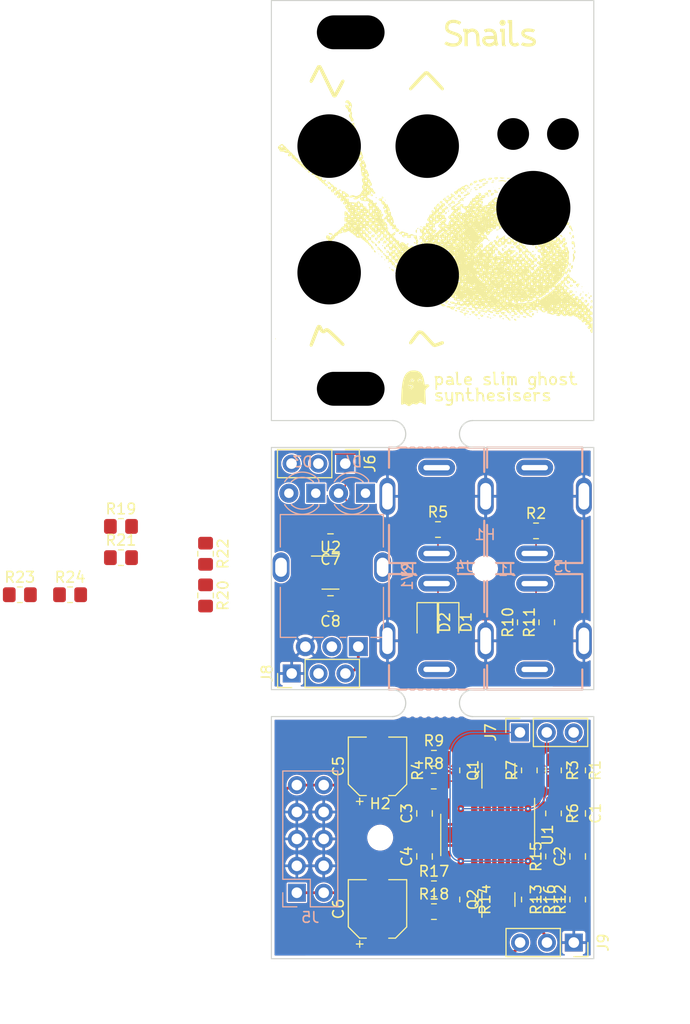
<source format=kicad_pcb>
(kicad_pcb (version 20211014) (generator pcbnew)
  (layers (0 "F.Cu" signal) (31 "B.Cu" signal) (34 "B.Paste" user) (35 "F.Paste" user) (36 "B.SilkS" user "B.Silkscreen") (37 "F.SilkS" user "F.Silkscreen") (38 "B.Mask" user) (39 "F.Mask" user) (44 "Edge.Cuts" user))
  (net 0 "")
  (net 1 "Net-(C1-Pad1)")
  (net 2 "Net-(C2-Pad1)")
  (net 3 "+12V")
  (net 4 "GND")
  (net 5 "-12V")
  (net 6 "Net-(D1-Pad1)")
  (net 7 "Net-(J1-PadT)")
  (net 9 "Net-(J2-PadT)")
  (net 11 "Net-(J3-PadT)")
  (net 14 "Net-(Q1-Pad1)")
  (net 15 "Net-(Q1-Pad3)")
  (net 16 "Net-(Q2-Pad1)")
  (net 17 "Net-(Q2-Pad3)")
  (net 18 "Net-(R3-Pad2)")
  (net 19 "Net-(R4-Pad1)")
  (net 20 "Net-(R8-Pad1)")
  (net 21 "Net-(R13-Pad2)")
  (net 22 "Net-(R14-Pad1)")
  (net 23 "Net-(R17-Pad1)")
  (net 24 "Out 1 back")
  (net 25 "Out 2 back")
  (net 26 "Out 1 front")
  (net 27 "Out 2 front")
  (net 28 "GND1")
  (net 29 "+12VA")
  (net 30 "CV front")
  (net 31 "CV back")
  (net 32 "-12VA")
  (net 33 "Net-(D3-Pad1)")
  (net 34 "Net-(D3-Pad2)")
  (net 35 "Net-(D4-Pad1)")
  (net 36 "Net-(D4-Pad2)")
  (net 37 "Net-(R19-Pad1)")
  (net 38 "Net-(R20-Pad1)")
  (footprint "Package_TO_SOT_SMD:SOT-23" (layer "F.Cu") (at 123.063 149.86 90)
    (fp_text reference "Q1")
    (fp_text value "MMBT3904")
  )
  (footprint "LOGO" (layer "F.Cu") (at 116.713 97.155)
    (fp_text reference "G***" hide)
    (fp_text value "LOGO" hide)
  )
  (footprint "Diode_SMD:D_0805_2012Metric_Pad1.15x1.40mm_HandSolder" (layer "F.Cu") (at 118.364 135.89 -90)
    (fp_text reference "D1")
    (fp_text value "D")
  )
  (footprint "Pale Slim Ghost:hole 6mm (jack panel)" (layer "F.Cu") (at 116.332 90.936)
    (fp_text reference "H5" hide)
    (fp_text value "MountingHole" hide)
  )
  (footprint "Resistor_SMD:R_0805_2012Metric_Pad1.20x1.40mm_HandSolder" (layer "F.Cu") (at 116.951 150.876)
    (fp_text reference "R8")
    (fp_text value "47k")
  )
  (footprint "Resistor_SMD:R_0805_2012Metric_Pad1.20x1.40mm_HandSolder" (layer "F.Cu") (at 95.377 129.413 -90)
    (fp_text reference "R22")
    (fp_text value "82k")
  )
  (footprint "Connector_PinHeader_2.54mm:PinHeader_1x03_P2.54mm_Vertical" (layer "F.Cu") (at 103.52 140.716 90)
    (fp_text reference "J8")
    (fp_text value "Conn_01x03_Male")
  )
  (footprint "Connector_PinSocket_2.54mm:PinSocket_1x03_P2.54mm_Vertical" (layer "F.Cu") (at 130.19 166.116 -90)
    (fp_text reference "J9")
    (fp_text value "Conn_01x03_Female")
  )
  (footprint "Resistor_SMD:R_0805_2012Metric_Pad1.20x1.40mm_HandSolder" (layer "F.Cu") (at 87.381 126.832)
    (fp_text reference "R19")
    (fp_text value "20k")
  )
  (footprint "Pale Slim Ghost:hole 6mm (jack panel)" (layer "F.Cu") (at 107.061 102.878)
    (fp_text reference "H7" hide)
    (fp_text value "MountingHole" hide)
  )
  (footprint "Package_SO:SOIC-14_3.9x8.7mm_P1.27mm" (layer "F.Cu") (at 122.047 155.956 -90)
    (fp_text reference "U1")
    (fp_text value "TL074")
  )
  (footprint "Package_TO_SOT_SMD:SOT-23" (layer "F.Cu") (at 123.063 162.052 90)
    (fp_text reference "Q2")
    (fp_text value "MMBT3904")
  )
  (footprint "Resistor_SMD:R_0805_2012Metric_Pad1.20x1.40mm_HandSolder" (layer "F.Cu") (at 95.377 133.35 -90)
    (fp_text reference "R20")
    (fp_text value "20k")
  )
  (footprint "Resistor_SMD:R_0805_2012Metric_Pad1.20x1.40mm_HandSolder" (layer "F.Cu") (at 77.821 133.282)
    (fp_text reference "R23")
    (fp_text value "100")
  )
  (footprint "Resistor_SMD:R_0805_2012Metric_Pad1.20x1.40mm_HandSolder" (layer "F.Cu") (at 130.556 162.052 90)
    (fp_text reference "R12")
    (fp_text value "100k")
  )
  (footprint "Diode_SMD:D_0805_2012Metric_Pad1.15x1.40mm_HandSolder" (layer "F.Cu") (at 116.332 135.89 -90)
    (fp_text reference "D2")
    (fp_text value "D")
  )
  (footprint "Resistor_SMD:R_0805_2012Metric_Pad1.20x1.40mm_HandSolder" (layer "F.Cu") (at 120.142 149.86 90)
    (fp_text reference "R4")
    (fp_text value "47k")
  )
  (footprint "Resistor_SMD:R_0805_2012Metric_Pad1.20x1.40mm_HandSolder" (layer "F.Cu") (at 116.967 163.195)
    (fp_text reference "R18")
    (fp_text value "10k")
  )
  (footprint "Capacitor_SMD:C_0805_2012Metric_Pad1.18x1.45mm_HandSolder" (layer "F.Cu") (at 107.188 134.112 180)
    (fp_text reference "C8")
    (fp_text value "100n")
  )
  (footprint "Resistor_SMD:R_0805_2012Metric_Pad1.20x1.40mm_HandSolder" (layer "F.Cu") (at 127.635 135.89 90)
    (fp_text reference "R11")
    (fp_text value "R")
  )
  (footprint "MountingHole:MountingHole_2.2mm_M2" (layer "F.Cu") (at 111.887 156.21)
    (fp_text reference "H2")
    (fp_text value "MountingHole")
  )
  (footprint "Capacitor_SMD:C_0805_2012Metric_Pad1.18x1.45mm_HandSolder" (layer "F.Cu") (at 116.078 157.988 90)
    (fp_text reference "C4")
    (fp_text value "100n")
  )
  (footprint "Pale Slim Ghost:mousebite-2.54x5.08mm" (layer "F.Cu") (at 116.84 143.51)
    (fp_text reference "B1" hide)
    (fp_text value "Mousebite" hide)
    (fp_arc (start 3.81 1.27) (mid 2.54 0) (end 3.81 -1.27) (layer "Edge.Cuts") (width 0.12))
    (fp_arc (start -3.81 -1.27) (mid -2.54 0) (end -3.81 1.27) (layer "Edge.Cuts") (width 0.12))
  )
  (footprint "Capacitor_SMD:CP_Elec_5x5.9" (layer "F.Cu") (at 111.633 149.479 90)
    (fp_text reference "C5")
    (fp_text value "10μ")
  )
  (footprint "Resistor_SMD:R_0805_2012Metric_Pad1.20x1.40mm_HandSolder" (layer "F.Cu") (at 128.27 162.052 90)
    (fp_text reference "R13")
    (fp_text value "47k")
  )
  (footprint "Resistor_SMD:R_0805_2012Metric_Pad1.20x1.40mm_HandSolder" (layer "F.Cu") (at 126.619 127.254)
    (fp_text reference "R2")
    (fp_text value "1k")
  )
  (footprint "Resistor_SMD:R_0805_2012Metric_Pad1.20x1.40mm_HandSolder" (layer "F.Cu") (at 82.571 133.282)
    (fp_text reference "R24")
    (fp_text value "100")
  )
  (footprint "Resistor_SMD:R_0805_2012Metric_Pad1.20x1.40mm_HandSolder" (layer "F.Cu") (at 128.27 149.86 -90)
    (fp_text reference "R3")
    (fp_text value "47k")
  )
  (footprint "Pale Slim Ghost:eurorack panel mounting slot" (layer "F.Cu") (at 109.1 80.1906)
    (fp_text reference "H8" hide)
    (fp_text value "MountingHole" hide)
  )
  (footprint "Capacitor_SMD:C_0805_2012Metric_Pad1.18x1.45mm_HandSolder" (layer "F.Cu") (at 107.188 128.27 180)
    (fp_text reference "C7")
    (fp_text value "100n")
  )
  (footprint "Resistor_SMD:R_0805_2012Metric_Pad1.20x1.40mm_HandSolder" (layer "F.Cu") (at 117.348 127.127)
    (fp_text reference "R5")
    (fp_text value "1k")
  )
  (footprint "Pale Slim Ghost:eurorack panel mounting slot" (layer "F.Cu") (at 140.935 116.668)
    (fp_text reference "H9" hide)
    (fp_text value "MountingHole" hide)
  )
  (footprint "Package_TO_SOT_SMD:SOT-23-8" (layer "F.Cu") (at 107.188 131.191)
    (fp_text reference "U2")
    (fp_text value "TL072")
  )
  (footprint "Resistor_SMD:R_0805_2012Metric_Pad1.20x1.40mm_HandSolder" (layer "F.Cu") (at 130.556 149.86 -90)
    (fp_text reference "R1")
    (fp_text value "100k")
  )
  (footprint "Capacitor_SMD:C_0805_2012Metric_Pad1.18x1.45mm_HandSolder" (layer "F.Cu") (at 130.556 157.988 90)
    (fp_text reference "C2")
    (fp_text value "C")
  )
  (footprint "Resistor_SMD:R_0805_2012Metric_Pad1.20x1.40mm_HandSolder" (layer "F.Cu") (at 128.27 157.988 90)
    (fp_text reference "R15")
    (fp_text value "47k")
  )
  (footprint "Resistor_SMD:R_0805_2012Metric_Pad1.20x1.40mm_HandSolder" (layer "F.Cu") (at 116.967 161.036)
    (fp_text reference "R17")
    (fp_text value "47k")
  )
  (footprint "Resistor_SMD:R_0805_2012Metric_Pad1.20x1.40mm_HandSolder" (layer "F.Cu") (at 116.967 148.717)
    (fp_text reference "R9")
    (fp_text value "10k")
  )
  (footprint "Pale Slim Ghost:hole 6mm (jack panel)" (layer "F.Cu") (at 107.061 90.932)
    (fp_text reference "H3" hide)
    (fp_text value "MountingHole" hide)
  )
  (footprint "Pale Slim Ghost:hole 6mm (jack panel)" (layer "F.Cu") (at 116.332 103.124)
    (fp_text reference "H6" hide)
    (fp_text value "MountingHole" hide)
  )
  (footprint "Resistor_SMD:R_0805_2012Metric_Pad1.20x1.40mm_HandSolder" (layer "F.Cu") (at 125.984 162.052 -90)
    (fp_text reference "R16")
    (fp_text value "47k")
  )
  (footprint "Resistor_SMD:R_0805_2012Metric_Pad1.20x1.40mm_HandSolder" (layer "F.Cu") (at 125.603 135.89 90)
    (fp_text reference "R10")
    (fp_text value "R")
  )
  (footprint "Pale Slim Ghost:mousebite-2.54x5.08mm" (layer "F.Cu") (at 116.84 118.11)
    (fp_text reference "B2" hide)
    (fp_text value "Mousebite" hide)
    (fp_arc (start 3.81 1.27) (mid 2.54 0) (end 3.81 -1.27) (layer "Edge.Cuts") (width 0.12))
    (fp_arc (start -3.81 -1.27) (mid -2.54 0) (end -3.81 1.27) (layer "Edge.Cuts") (width 0.12))
  )
  (footprint "Resistor_SMD:R_0805_2012Metric_Pad1.20x1.40mm_HandSolder" (layer "F.Cu") (at 120.142 162.052 -90)
    (fp_text reference "R14")
    (fp_text value "47k")
  )
  (footprint "Connector_PinSocket_2.54mm:PinSocket_1x03_P2.54mm_Vertical" (layer "F.Cu") (at 125.095 146.279 90)
    (fp_text reference "J7")
    (fp_text value "Conn_01x03_Female")
  )
  (footprint "Resistor_SMD:R_0805_2012Metric_Pad1.20x1.40mm_HandSolder" (layer "F.Cu") (at 128.27 153.924 -90)
    (fp_text reference "R6")
    (fp_text value "47k")
  )
  (footprint "Resistor_SMD:R_0805_2012Metric_Pad1.20x1.40mm_HandSolder" (layer "F.Cu") (at 125.984 149.86 90)
    (fp_text reference "R7")
    (fp_text value "47k")
  )
  (footprint "Capacitor_SMD:CP_Elec_5x5.9" (layer "F.Cu") (at 111.633 162.941 90)
    (fp_text reference "C6")
    (fp_text value "10μ")
  )
  (footprint "Capacitor_SMD:C_0805_2012Metric_Pad1.18x1.45mm_HandSolder" (layer "F.Cu") (at 130.556 153.924 -90)
    (fp_text reference "C1")
    (fp_text value "100n")
  )
  (footprint "Capacitor_SMD:C_0805_2012Metric_Pad1.18x1.45mm_HandSolder" (layer "F.Cu") (at 116.078 153.924 90)
    (fp_text reference "C3")
    (fp_text value "100n")
  )
  (footprint "Resistor_SMD:R_0805_2012Metric_Pad1.20x1.40mm_HandSolder" (layer "F.Cu") (at 87.381 129.782)
    (fp_text reference "R21")
    (fp_text value "82k")
  )
  (footprint "Connector_PinHeader_2.54mm:PinHeader_1x03_P2.54mm_Vertical" (layer "F.Cu") (at 108.585 120.904 -90)
    (fp_text reference "J6")
    (fp_text value "Conn_01x03_Male")
  )
  (footprint "Pale Slim Ghost:hole 3mm (below jack)" (layer "B.Cu") (at 129.159 89.789 180)
    (fp_text reference "H10" hide)
    (fp_text value "MountingHole" hide)
  )
  (footprint "Pale Slim Ghost:Jack_3.5mm_QingPu_WQP-PJ301BM_Vertical" (layer "B.Cu") (at 126.492 137.033 180)
    (fp_text reference "J3")
    (fp_text value "AudioJack2_SwitchT")
  )
  (footprint "Pale Slim Ghost:Jack_3.5mm_QingPu_WQP-PJ301BM_Vertical" (layer "B.Cu") (at 117.221 124.591)
    (fp_text reference "J2")
    (fp_text value "AudioJack2_SwitchT")
  )
  (footprint "LED_THT:LED_D3.0mm_FlatTop" (layer "B.Cu") (at 105.796 123.698 180)
    (fp_text reference "D3")
    (fp_text value "LED_Dual_Bidirectional")
  )
  (footprint "Pale Slim Ghost:hole 3mm (below jack)" (layer "B.Cu") (at 124.46 89.789 180)
    (fp_text reference "H11" hide)
    (fp_text value "MountingHole" hide)
  )
  (footprint "Pale Slim Ghost:Jack_3.5mm_QingPu_WQP-PJ301BM_Vertical" (layer "B.Cu") (at 117.221 137.029 180)
    (fp_text reference "J4")
    (fp_text value "AudioJack2_SwitchT")
  )
  (footprint "LED_THT:LED_D3.0mm_FlatTop" (layer "B.Cu") (at 110.495 123.698 180)
    (fp_text reference "D4")
    (fp_text value "LED_Dual_Bidirectional")
  )
  (footprint "Connector_PinHeader_2.54mm:PinHeader_2x05_P2.54mm_Vertical" (layer "B.Cu") (at 104.008 161.412)
    (fp_text reference "J5")
    (fp_text value "Conn_02x05_Odd_Even")
  )
  (footprint "Pale Slim Ghost:hole 6.5mm (potentiometer panel)" (layer "B.Cu") (at 126.365 96.774 180)
    (fp_text reference "H4" hide)
    (fp_text value "MountingHole" hide)
  )
  (footprint "MountingHole:MountingHole_2.2mm_M2" (layer "B.Cu") (at 121.793 130.81 180)
    (fp_text reference "H1")
    (fp_text value "MountingHole")
  )
  (footprint "Pale Slim Ghost:Jack_3.5mm_QingPu_WQP-PJ301BM_Vertical" (layer "B.Cu") (at 126.492 124.587)
    (fp_text reference "J1")
    (fp_text value "AudioJack2_SwitchT")
  )
  (footprint "Pale Slim Ghost:Potentiometer_Alpha_RD901F-40-00D_Single_Vertical" (layer "B.Cu") (at 109.815 138.186 90)
    (fp_text reference "RV1")
    (fp_text value "R_Potentiometer")
  )
  (gr_line (start 113.03 144.78) (end 101.6 144.78) (layer "Edge.Cuts") (width 0.1))
  (gr_line (start 101.6 116.84) (end 113.03 116.84) (layer "Edge.Cuts") (width 0.1))
  (gr_line (start 101.6 167.64) (end 101.6 144.78) (layer "Edge.Cuts") (width 0.1))
  (gr_line (start 132.08 119.38) (end 132.08 142.24) (layer "Edge.Cuts") (width 0.1))
  (gr_line (start 132.08 144.78) (end 132.08 167.64) (layer "Edge.Cuts") (width 0.1))
  (gr_line (start 120.65 144.78) (end 132.08 144.78) (layer "Edge.Cuts") (width 0.1))
  (gr_line (start 101.6 142.24) (end 101.6 119.38) (layer "Edge.Cuts") (width 0.1))
  (gr_line (start 132.08 77.1906) (end 101.6 77.1906) (layer "Edge.Cuts") (width 0.1))
  (gr_line (start 132.08 167.64) (end 101.6 167.64) (layer "Edge.Cuts") (width 0.1))
  (gr_line (start 101.6 77.1906) (end 101.6 116.84) (layer "Edge.Cuts") (width 0.1))
  (gr_line (start 101.6 142.24) (end 113.03 142.24) (layer "Edge.Cuts") (width 0.1))
  (gr_line (start 120.65 116.84) (end 132.08 116.84) (layer "Edge.Cuts") (width 0.1))
  (gr_line (start 113.03 119.38) (end 101.6 119.38) (layer "Edge.Cuts") (width 0.1))
  (gr_line (start 120.65 142.24) (end 132.08 142.24) (layer "Edge.Cuts") (width 0.1))
  (gr_line (start 120.65 119.38) (end 132.08 119.38) (layer "Edge.Cuts") (width 0.1))
  (gr_line (start 132.08 116.84) (end 132.08 77.1906) (layer "Edge.Cuts") (width 0.1))
  (segment (start 127.111 149.733) (end 129.429 149.733) (width 0.127) (layer "F.Cu") (net 1))
  (segment (start 130.556 150.86) (end 130.556 152.8865) (width 0.127) (layer "F.Cu") (net 1))
  (segment (start 124.587 153.481) (end 124.587 152.257) (width 0.127) (layer "F.Cu") (net 1))
  (segment (start 125.984 150.86) (end 125.984 150.749) (width 0.127) (layer "F.Cu") (net 1))
  (arc (start 125.984 150.86) (mid 126.314091 150.063091) (end 127.111 149.733) (width 0.127) (layer "F.Cu") (net 1))
  (arc (start 129.429 149.733) (mid 130.225909 150.063091) (end 130.556 150.86) (width 0.127) (layer "F.Cu") (net 1))
  (arc (start 124.587 152.257) (mid 124.996172 151.269172) (end 125.984 150.86) (width 0.127) (layer "F.Cu") (net 1))
  (segment (start 127.111 162.179) (end 129.461 162.179) (width 0.127) (layer "F.Cu") (net 2))
  (segment (start 124.587 158.431) (end 124.587 159.655) (width 0.127) (layer "F.Cu") (net 2))
  (segment (start 130.588 161.052) (end 130.588 159.0255) (width 0.127) (layer "F.Cu") (net 2))
  (arc (start 124.587 159.655) (mid 124.996172 160.642828) (end 125.984 161.052) (width 0.127) (layer "F.Cu") (net 2))
  (arc (start 125.984 161.052) (mid 126.314091 161.848909) (end 127.111 162.179) (width 0.127) (layer "F.Cu") (net 2))
  (arc (start 129.461 162.179) (mid 130.257909 161.848909) (end 130.588 161.052) (width 0.127) (layer "F.Cu") (net 2))
  (segment (start 106.548 151.252) (end 111.206 151.252) (width 0.254) (layer "F.Cu") (net 3))
  (segment (start 102.616 152.644) (end 102.616 164.282137) (width 0.254) (layer "F.Cu") (net 3))
  (segment (start 115.8455 154.9615) (end 116.078 154.9615) (width 0.254) (layer "F.Cu") (net 3))
  (segment (start 111.633 151.679) (end 112.563 151.679) (width 0.254) (layer "F.Cu") (net 3))
  (segment (start 105.338863 167.005) (end 124.221 167.005) (width 0.254) (layer "F.Cu") (net 3))
  (segment (start 116.078 154.9615) (end 120.5665 154.9615) (width 0.254) (layer "F.Cu") (net 3))
  (segment (start 104.008 151.252) (end 106.548 151.252) (width 0.254) (layer "F.Cu") (net 3))
  (arc (start 111.206 151.252) (mid 111.507935 151.377065) (end 111.633 151.679) (width 0.254) (layer "F.Cu") (net 3))
  (arc (start 102.616 164.282137) (mid 103.413508 166.207492) (end 105.338863 167.005) (width 0.254) (layer "F.Cu") (net 3))
  (arc (start 104.008 151.252) (mid 103.023707 151.659707) (end 102.616 152.644) (width 0.254) (layer "F.Cu") (net 3))
  (arc (start 112.563 151.679) (mid 113.521837 152.076163) (end 113.919 153.035) (width 0.254) (layer "F.Cu") (net 3))
  (arc (start 124.221 167.005) (mid 124.849618 166.744618) (end 125.11 166.116) (width 0.254) (layer "F.Cu") (net 3))
  (arc (start 113.919 153.035) (mid 114.483259 154.397241) (end 115.8455 154.9615) (width 0.254) (layer "F.Cu") (net 3))
  (arc (start 120.5665 154.9615) (mid 121.613372 154.527872) (end 122.047 153.481) (width 0.254) (layer "F.Cu") (net 3))
  (segment (start 106.548 161.412) (end 110.962 161.412) (width 0.254) (layer "F.Cu") (net 5))
  (segment (start 126.253 164.719) (end 115.892273 164.719) (width 0.254) (layer "F.Cu") (net 5))
  (segment (start 113.919 162.745727) (end 113.919 158.877) (width 0.254) (layer "F.Cu") (net 5))
  (segment (start 111.633 160.741) (end 112.055 160.741) (width 0.254) (layer "F.Cu") (net 5))
  (segment (start 115.8455 156.9505) (end 116.078 156.9505) (width 0.254) (layer "F.Cu") (net 5))
  (segment (start 104.008 161.412) (end 106.548 161.412) (width 0.254) (layer "F.Cu") (net 5))
  (segment (start 116.078 156.9505) (end 120.5665 156.9505) (width 0.254) (layer "F.Cu") (net 5))
  (arc (start 115.892273 164.719) (mid 114.496958 164.141042) (end 113.919 162.745727) (width 0.254) (layer "F.Cu") (net 5))
  (arc (start 112.055 160.741) (mid 113.373047 160.195047) (end 113.919 158.877) (width 0.254) (layer "F.Cu") (net 5))
  (arc (start 110.962 161.412) (mid 111.436469 161.215469) (end 111.633 160.741) (width 0.254) (layer "F.Cu") (net 5))
  (arc (start 127.65 166.116) (mid 127.240828 165.128172) (end 126.253 164.719) (width 0.254) (layer "F.Cu") (net 5))
  (arc (start 120.5665 156.9505) (mid 121.613372 157.384128) (end 122.047 158.431) (width 0.254) (layer "F.Cu") (net 5))
  (arc (start 113.919 158.877) (mid 114.483259 157.514759) (end 115.8455 156.9505) (width 0.254) (layer "F.Cu") (net 5))
  (segment (start 117.348 133.849) (end 117.348 132.229) (width 0.127) (layer "F.Cu") (net 6))
  (arc (start 118.364 134.865) (mid 117.64558 134.56742) (end 117.348 133.849) (width 0.127) (layer "F.Cu") (net 6))
  (arc (start 116.332 134.865) (mid 117.05042 134.56742) (end 117.348 133.849) (width 0.127) (layer "F.Cu") (net 6))
  (segment (start 126.619 128.254) (end 126.619 129.387) (width 0.127) (layer "F.Cu") (net 7))
  (arc (start 127.619 127.254) (mid 126.911893 127.546893) (end 126.619 128.254) (width 0.127) (layer "F.Cu") (net 7))
  (segment (start 117.348 128.127) (end 117.348 129.391) (width 0.127) (layer "F.Cu") (net 9))
  (arc (start 118.348 127.127) (mid 117.640893 127.419893) (end 117.348 128.127) (width 0.127) (layer "F.Cu") (net 9))
  (segment (start 126.619 133.874) (end 126.619 132.233) (width 0.127) (layer "F.Cu") (net 11))
  (arc (start 127.635 134.89) (mid 126.91658 134.59242) (end 126.619 133.874) (width 0.127) (layer "F.Cu") (net 11))
  (arc (start 125.603 134.89) (mid 126.32142 134.59242) (end 126.619 133.874) (width 0.127) (layer "F.Cu") (net 11))
  (segment (start 119.11 149.86) (end 121.1755 149.86) (width 0.127) (layer "F.Cu") (net 14))
  (arc (start 117.967 148.717) (mid 118.301777 149.525223) (end 119.11 149.86) (width 0.127) (layer "F.Cu") (net 14))
  (arc (start 121.1755 149.86) (mid 121.838413 150.134587) (end 122.113 150.7975) (width 0.127) (layer "F.Cu") (net 14))
  (segment (start 123.063 148.9225) (end 125.9215 148.9225) (width 0.127) (layer "F.Cu") (net 15))
  (arc (start 125.9215 148.9225) (mid 125.965694 148.904194) (end 125.984 148.86) (width 0.127) (layer "F.Cu") (net 15))
  (segment (start 119.11 162.052) (end 121.1755 162.052) (width 0.127) (layer "F.Cu") (net 16))
  (arc (start 121.1755 162.052) (mid 121.838413 162.326587) (end 122.113 162.9895) (width 0.127) (layer "F.Cu") (net 16))
  (arc (start 117.967 163.195) (mid 118.301777 162.386777) (end 119.11 162.052) (width 0.127) (layer "F.Cu") (net 16))
  (segment (start 123.063 161.1145) (end 123.9035 161.1145) (width 0.127) (layer "F.Cu") (net 17))
  (segment (start 125.841 163.052) (end 125.984 163.052) (width 0.127) (layer "F.Cu") (net 17))
  (arc (start 124.841 162.052) (mid 125.133893 162.759107) (end 125.841 163.052) (width 0.127) (layer "F.Cu") (net 17))
  (arc (start 123.9035 161.1145) (mid 124.566413 161.389087) (end 124.841 162.052) (width 0.127) (layer "F.Cu") (net 17))
  (segment (start 124.333 154.94) (end 126.238 154.94) (width 0.127) (layer "F.Cu") (net 18))
  (segment (start 123.317 153.481) (end 123.317 153.924) (width 0.127) (layer "F.Cu") (net 18))
  (segment (start 128.27 150.86) (end 128.27 152.924) (width 0.127) (layer "F.Cu") (net 18))
  (segment (start 128.254 152.924) (end 128.302 152.924) (width 0.127) (layer "F.Cu") (net 18))
  (arc (start 123.317 153.924) (mid 123.61458 154.64242) (end 124.333 154.94) (width 0.127) (layer "F.Cu") (net 18))
  (arc (start 126.873 154.305) (mid 127.277486 153.328486) (end 128.254 152.924) (width 0.127) (layer "F.Cu") (net 18))
  (arc (start 126.238 154.94) (mid 126.687013 154.754013) (end 126.873 154.305) (width 0.127) (layer "F.Cu") (net 18))
  (segment (start 117.951 150.876) (end 120.126 150.876) (width 0.127) (layer "F.Cu") (net 19))
  (segment (start 120.777 151.495) (end 120.777 153.481) (width 0.127) (layer "F.Cu") (net 19))
  (arc (start 120.126 150.876) (mid 120.137314 150.871314) (end 120.142 150.86) (width 0.127) (layer "F.Cu") (net 19))
  (arc (start 120.142 150.86) (mid 120.591013 151.045987) (end 120.777 151.495) (width 0.127) (layer "F.Cu") (net 19))
  (segment (start 117.094 152.019) (end 117.094 152.338) (width 0.127) (layer "F.Cu") (net 20))
  (segment (start 115.951 150.876) (end 115.951 148.733) (width 0.127) (layer "F.Cu") (net 20))
  (arc (start 117.094 152.338) (mid 117.428777 153.146223) (end 118.237 153.481) (width 0.127) (layer "F.Cu") (net 20))
  (arc (start 115.951 150.876) (mid 116.759223 151.210777) (end 117.094 152.019) (width 0.127) (layer "F.Cu") (net 20))
  (arc (start 115.951 148.733) (mid 115.955686 148.721686) (end 115.967 148.717) (width 0.127) (layer "F.Cu") (net 20))
  (segment (start 128.27 158.988) (end 128.27 161.052) (width 0.127) (layer "F.Cu") (net 21))
  (segment (start 127.848428 158.988) (end 128.27 158.988) (width 0.127) (layer "F.Cu") (net 21))
  (segment (start 124.587 156.972) (end 125.832433 156.972) (width 0.127) (layer "F.Cu") (net 21))
  (segment (start 123.317 158.431) (end 123.317 158.242) (width 0.127) (layer "F.Cu") (net 21))
  (arc (start 123.317 158.242) (mid 123.688974 157.343974) (end 124.587 156.972) (width 0.127) (layer "F.Cu") (net 21))
  (arc (start 125.832433 156.972) (mid 126.568225 157.276775) (end 126.873 158.012567) (width 0.127) (layer "F.Cu") (net 21))
  (arc (start 126.873 158.012567) (mid 127.158696 158.702304) (end 127.848428 158.988) (width 0.127) (layer "F.Cu") (net 21))
  (segment (start 120.777 160.417) (end 120.777 158.431) (width 0.127) (layer "F.Cu") (net 22))
  (segment (start 117.967 161.036) (end 120.126 161.036) (width 0.127) (layer "F.Cu") (net 22))
  (arc (start 120.142 161.052) (mid 120.591013 160.866013) (end 120.777 160.417) (width 0.127) (layer "F.Cu") (net 22))
  (arc (start 120.126 161.036) (mid 120.137314 161.040686) (end 120.142 161.052) (width 0.127) (layer "F.Cu") (net 22))
  (segment (start 115.967 163.195) (end 115.967 161.036) (width 0.127) (layer "F.Cu") (net 23))
  (segment (start 115.967 161.036) (end 116.078 161.036) (width 0.127) (layer "F.Cu") (net 23))
  (segment (start 117.094 160.02) (end 117.094 159.574) (width 0.127) (layer "F.Cu") (net 23))
  (arc (start 117.094 159.574) (mid 117.428777 158.765777) (end 118.237 158.431) (width 0.127) (layer "F.Cu") (net 23))
  (arc (start 116.078 161.036) (mid 116.79642 160.73842) (end 117.094 160.02) (width 0.127) (layer "F.Cu") (net 23))
  (segment (start 127.770321 149.987) (end 128.820291 149.987) (width 0.127) (layer "F.Cu") (net 24))
  (segment (start 129.413 150.579709) (end 129.413 153.8185) (width 0.127) (layer "F.Cu") (net 24))
  (segment (start 127.127 152.211) (end 127.127 150.630321) (width 0.127) (layer "F.Cu") (net 24))
  (via (at 125.857 153.481) (size 0.4) (drill 0.2) (layers "F.Cu" "B.Cu") (net 24))
  (via (at 119.507 153.481) (size 0.4) (drill 0.2) (layers "F.Cu" "B.Cu") (net 24))
  (arc (start 129.413 153.8185) (mid 129.747777 154.626723) (end 130.556 154.9615) (width 0.127) (layer "F.Cu") (net 24))
  (arc (start 125.857 153.481) (mid 126.755026 153.109026) (end 127.127 152.211) (width 0.127) (layer "F.Cu") (net 24))
  (arc (start 128.820291 149.987) (mid 129.2394 150.1606) (end 129.413 150.579709) (width 0.127) (layer "F.Cu") (net 24))
  (arc (start 127.127 150.630321) (mid 127.315424 150.175424) (end 127.770321 149.987) (width 0.127) (layer "F.Cu") (net 24))
  (segment (start 127.635 151.703) (end 127.635 146.279) (width 0.127) (layer "B.Cu") (net 24))
  (segment (start 125.857 153.481) (end 119.507 153.481) (width 0.127) (layer "B.Cu") (net 24))
  (arc (start 125.857 153.481) (mid 127.114236 152.960236) (end 127.635 151.703) (width 0.127) (layer "B.Cu") (net 24))
  (segment (start 127.127 161.331961) (end 127.127 159.701) (width 0.127) (layer "F.Cu") (net 25))
  (segment (start 129.413 158.1255) (end 129.413 161.29) (width 0.127) (layer "F.Cu") (net 25))
  (segment (start 128.778 161.925) (end 127.720039 161.925) (width 0.127) (layer "F.Cu") (net 25))
  (via (at 125.857 158.431) (size 0.4) (drill 0.2) (layers "F.Cu" "B.Cu") (net 25))
  (via (at 119.507 158.431) (size 0.4) (drill 0.2) (layers "F.Cu" "B.Cu") (net 25))
  (arc (start 127.720039 161.925) (mid 127.300697 161.751303) (end 127.127 161.331961) (width 0.127) (layer "F.Cu") (net 25))
  (arc (start 130.588 156.9505) (mid 129.75715 157.29465) (end 129.413 158.1255) (width 0.127) (layer "F.Cu") (net 25))
  (arc (start 129.413 161.29) (mid 129.227013 161.739013) (end 128.778 161.925) (width 0.127) (layer "F.Cu") (net 25))
  (arc (start 127.127 159.701) (mid 126.755026 158.802974) (end 125.857 158.431) (width 0.127) (layer "F.Cu") (net 25))
  (segment (start 118.491 148.463) (end 118.491 148.400325) (width 0.127) (layer "B.Cu") (net 25))
  (segment (start 118.491 157.415) (end 118.491 148.463) (width 0.127) (layer "B.Cu") (net 25))
  (segment (start 125.095 146.279) (end 120.675 146.279) (width 0.127) (layer "B.Cu") (net 25))
  (segment (start 125.857 158.431) (end 119.507 158.431) (width 0.127) (layer "B.Cu") (net 25))
  (arc (start 119.507 158.431) (mid 118.78858 158.13342) (end 118.491 157.415) (width 0.127) (layer "B.Cu") (net 25))
  (arc (start 120.675 146.279) (mid 119.130679 146.918679) (end 118.491 148.463) (width 0.127) (layer "B.Cu") (net 25))
  (segment (start 107.315 120.015) (end 121.285 120.015) (width 0.127) (layer "F.Cu") (net 27))
  (segment (start 115.062 135.636) (end 115.062 128.413) (width 0.127) (layer "F.Cu") (net 27))
  (segment (start 108.585 121.285) (end 108.585 123.581664) (width 0.127) (layer "F.Cu") (net 27))
  (segment (start 124.333 123.063) (end 124.333 128.397) (width 0.127) (layer "F.Cu") (net 27))
  (segment (start 115.062 140.373068) (end 115.062 135.636) (width 0.127) (layer "F.Cu") (net 27))
  (segment (start 115.062 135.763) (end 115.062 135.636) (width 0.127) (layer "F.Cu") (net 27))
  (segment (start 124.333 128.397) (end 124.333 134.62) (width 0.127) (layer "F.Cu") (net 27))
  (segment (start 116.348 127.127) (end 112.130336 127.127) (width 0.127) (layer "F.Cu") (net 27))
  (segment (start 129.032 138.287) (end 129.032 140.335) (width 0.127) (layer "F.Cu") (net 27))
  (segment (start 116.332 136.915) (end 116.214 136.915) (width 0.127) (layer "F.Cu") (net 27))
  (segment (start 125.619 127.254) (end 125.476 127.254) (width 0.127) (layer "F.Cu") (net 27))
  (segment (start 119.643 135.636) (end 123.317 135.636) (width 0.127) (layer "F.Cu") (net 27))
  (segment (start 124.333 134.62) (end 124.333 135.62) (width 0.127) (layer "F.Cu") (net 27))
  (segment (start 127.635 141.732) (end 116.420932 141.732) (width 0.127) (layer "F.Cu") (net 27))
  (arc (start 112.130336 127.127) (mid 109.623405 126.088595) (end 108.585 123.581664) (width 0.127) (layer "F.Cu") (net 27))
  (arc (start 127.635 136.89) (mid 128.622828 137.299172) (end 129.032 138.287) (width 0.127) (layer "F.Cu") (net 27))
  (arc (start 123.317 135.636) (mid 124.03542 135.33842) (end 124.333 134.62) (width 0.127) (layer "F.Cu") (net 27))
  (arc (start 124.333 135.62) (mid 124.704974 136.518026) (end 125.603 136.89) (width 0.127) (layer "F.Cu") (net 27))
  (arc (start 115.062 128.413) (mid 115.438661 127.503661) (end 116.348 127.127) (width 0.127) (layer "F.Cu") (net 27))
  (arc (start 121.285 120.015) (mid 123.440261 120.907739) (end 124.333 123.063) (width 0.127) (layer "F.Cu") (net 27))
  (arc (start 129.032 140.335) (mid 128.622828 141.322828) (end 127.635 141.732) (width 0.127) (layer "F.Cu") (net 27))
  (arc (start 125.476 127.254) (mid 124.667777 127.588777) (end 124.333 128.397) (width 0.127) (layer "F.Cu") (net 27))
  (arc (start 118.364 136.915) (mid 118.73861 136.01061) (end 119.643 135.636) (width 0.127) (layer "F.Cu") (net 27))
  (arc (start 116.214 136.915) (mid 115.399413 136.577587) (end 115.062 135.763) (width 0.127) (layer "F.Cu") (net 27))
  (arc (start 116.420932 141.732) (mid 115.460022 141.333978) (end 115.062 140.373068) (width 0.127) (layer "F.Cu") (net 27))
  (segment (start 109.815 139.501) (end 109.815 138.186) (width 0.254) (layer "F.Cu") (net 29))
  (arc (start 108.6 140.716) (mid 109.459135 140.360135) (end 109.815 139.501) (width 0.254) (layer "F.Cu") (net 29))
  (segment (start 131.572 162.179) (end 131.572 149.876) (width 0.127) (layer "F.Cu") (net 31))
  (segment (start 130.588 163.052) (end 130.699 163.052) (width 0.127) (layer "F.Cu") (net 31))
  (segment (start 130.588 163.052) (end 128.27 163.052) (width 0.127) (layer "F.Cu") (net 31))
  (segment (start 128.27 148.86) (end 130.556 148.86) (width 0.127) (layer "F.Cu") (net 31))
  (segment (start 130.556 147.041) (end 130.556 147.32) (width 0.127) (layer "F.Cu") (net 31))
  (segment (start 130.556 147.32) (end 130.556 148.86) (width 0.127) (layer "F.Cu") (net 31))
  (segment (start 130.556 147.32) (end 130.556 146.66) (width 0.127) (layer "F.Cu") (net 31))
  (arc (start 131.572 149.876) (mid 131.27442 149.15758) (end 130.556 148.86) (width 0.127) (layer "F.Cu") (net 31))
  (arc (start 130.556 146.66) (mid 130.444408 146.390592) (end 130.175 146.279) (width 0.127) (layer "F.Cu") (net 31))
  (arc (start 130.699 163.052) (mid 131.316304 162.796304) (end 131.572 162.179) (width 0.127) (layer "F.Cu") (net 31))
  (arc (start 130.175 146.66) (mid 130.444408 146.771592) (end 130.556 147.041) (width 0.127) (layer "F.Cu") (net 31))
  (zone (net 28) (net_name "GND1") (layers F&B.Cu) (connect_pads (clearance 0.127)) (min_thickness 0.127) (fill yes (thermal_gap 0.254) (thermal_bridge_width 0.254))
    (polygon (pts (xy 132.08 142.24) (xy 101.6 142.24) (xy 101.6 119.38) (xy 132.08 119.38)))
  )
  (zone (net 4) (net_name "GND") (layers F&B.Cu) (connect_pads (clearance 0.127)) (min_thickness 0.127) (fill yes (thermal_gap 0.254) (thermal_bridge_width 0.254))
    (polygon (pts (xy 132.08 167.64) (xy 101.6 167.64) (xy 101.6 144.78) (xy 132.08 144.78)))
  )
)
</source>
